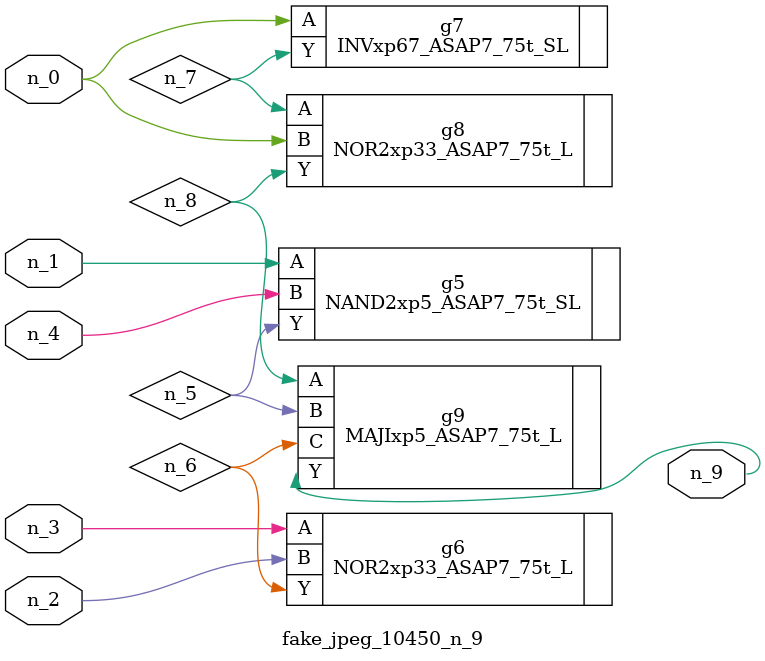
<source format=v>
module fake_jpeg_10450_n_9 (n_3, n_2, n_1, n_0, n_4, n_9);

input n_3;
input n_2;
input n_1;
input n_0;
input n_4;

output n_9;

wire n_8;
wire n_6;
wire n_5;
wire n_7;

NAND2xp5_ASAP7_75t_SL g5 ( 
.A(n_1),
.B(n_4),
.Y(n_5)
);

NOR2xp33_ASAP7_75t_L g6 ( 
.A(n_3),
.B(n_2),
.Y(n_6)
);

INVxp67_ASAP7_75t_SL g7 ( 
.A(n_0),
.Y(n_7)
);

NOR2xp33_ASAP7_75t_L g8 ( 
.A(n_7),
.B(n_0),
.Y(n_8)
);

MAJIxp5_ASAP7_75t_L g9 ( 
.A(n_8),
.B(n_5),
.C(n_6),
.Y(n_9)
);


endmodule
</source>
